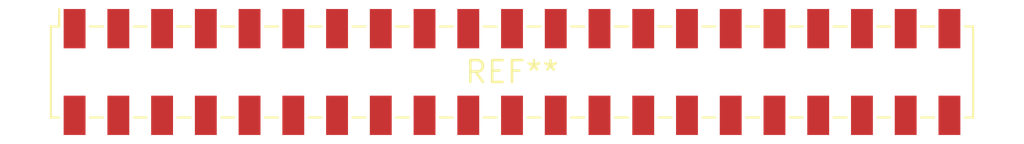
<source format=kicad_pcb>
(kicad_pcb (version 20240108) (generator pcbnew)
  (layers (0 "F.Cu" signal) (31 "B.Cu" signal) (34 "B.Paste" user) (35 "F.Paste" user) (36 "B.SilkS" user "B.Silkscreen") (37 "F.SilkS" user "F.Silkscreen") (38 "B.Mask" user) (39 "F.Mask" user) (44 "Edge.Cuts" user))
  (net 0 "")
  (footprint "Samtec_HLE-121-02-xxx-DV-LC_2x21_P2.54mm_Horizontal" (layer "F.Cu") (at 0 0)
    (property "Reference" "REF**")
    (property "Value" "Samtec_HLE-121-02-xxx-DV-LC_2x21_P2.54mm_Horizontal")
    (fp_line (start -26.78 -2.65) (end -26.78 2.65) (layer "F.SilkS") (stroke (width 0.12)))
    (fp_line (start -26.78 2.65) (end -26.295 2.65) (layer "F.SilkS") (stroke (width 0.12)))
    (fp_line (start -26.295 -3.67) (end -26.295 -2.65) (layer "F.SilkS") (stroke (width 0.12)))
    (fp_line (start -26.295 -2.65) (end -26.78 -2.65) (layer "F.SilkS") (stroke (width 0.12)))
    (fp_line (start -24.505 -2.65) (end -23.755 -2.65) (layer "F.SilkS") (stroke (width 0.12)))
    (fp_line (start -24.505 2.65) (end -23.755 2.65) (layer "F.SilkS") (stroke (width 0.12)))
    (fp_line (start -21.965 -2.65) (end -21.215 -2.65) (layer "F.SilkS") (stroke (width 0.12)))
    (fp_line (start -21.965 2.65) (end -21.215 2.65) (layer "F.SilkS") (stroke (width 0.12)))
    (fp_line (start -19.425 -2.65) (end -18.675 -2.65) (layer "F.SilkS") (stroke (width 0.12)))
    (fp_line (start -19.425 2.65) (end -18.675 2.65) (layer "F.SilkS") (stroke (width 0.12)))
    (fp_line (start -16.885 -2.65) (end -16.135 -2.65) (layer "F.SilkS") (stroke (width 0.12)))
    (fp_line (start -16.885 2.65) (end -16.135 2.65) (layer "F.SilkS") (stroke (width 0.12)))
    (fp_line (start -14.345 -2.65) (end -13.595 -2.65) (layer "F.SilkS") (stroke (width 0.12)))
    (fp_line (start -14.345 2.65) (end -13.595 2.65) (layer "F.SilkS") (stroke (width 0.12)))
    (fp_line (start -11.805 -2.65) (end -11.055 -2.65) (layer "F.SilkS") (stroke (width 0.12)))
    (fp_line (start -11.805 2.65) (end -11.055 2.65) (layer "F.SilkS") (stroke (width 0.12)))
    (fp_line (start -9.265 -2.65) (end -8.515 -2.65) (layer "F.SilkS") (stroke (width 0.12)))
    (fp_line (start -9.265 2.65) (end -8.515 2.65) (layer "F.SilkS") (stroke (width 0.12)))
    (fp_line (start -6.725 -2.65) (end -5.975 -2.65) (layer "F.SilkS") (stroke (width 0.12)))
    (fp_line (start -6.725 2.65) (end -5.975 2.65) (layer "F.SilkS") (stroke (width 0.12)))
    (fp_line (start -4.185 -2.65) (end -3.435 -2.65) (layer "F.SilkS") (stroke (width 0.12)))
    (fp_line (start -4.185 2.65) (end -3.435 2.65) (layer "F.SilkS") (stroke (width 0.12)))
    (fp_line (start -1.645 -2.65) (end -0.895 -2.65) (layer "F.SilkS") (stroke (width 0.12)))
    (fp_line (start -1.645 2.65) (end -0.895 2.65) (layer "F.SilkS") (stroke (width 0.12)))
    (fp_line (start 0.895 -2.65) (end 1.645 -2.65) (layer "F.SilkS") (stroke (width 0.12)))
    (fp_line (start 0.895 2.65) (end 1.645 2.65) (layer "F.SilkS") (stroke (width 0.12)))
    (fp_line (start 3.435 -2.65) (end 4.185 -2.65) (layer "F.SilkS") (stroke (width 0.12)))
    (fp_line (start 3.435 2.65) (end 4.185 2.65) (layer "F.SilkS") (stroke (width 0.12)))
    (fp_line (start 5.975 -2.65) (end 6.725 -2.65) (layer "F.SilkS") (stroke (width 0.12)))
    (fp_line (start 5.975 2.65) (end 6.725 2.65) (layer "F.SilkS") (stroke (width 0.12)))
    (fp_line (start 8.515 -2.65) (end 9.265 -2.65) (layer "F.SilkS") (stroke (width 0.12)))
    (fp_line (start 8.515 2.65) (end 9.265 2.65) (layer "F.SilkS") (stroke (width 0.12)))
    (fp_line (start 11.055 -2.65) (end 11.805 -2.65) (layer "F.SilkS") (stroke (width 0.12)))
    (fp_line (start 11.055 2.65) (end 11.805 2.65) (layer "F.SilkS") (stroke (width 0.12)))
    (fp_line (start 13.595 -2.65) (end 14.345 -2.65) (layer "F.SilkS") (stroke (width 0.12)))
    (fp_line (start 13.595 2.65) (end 14.345 2.65) (layer "F.SilkS") (stroke (width 0.12)))
    (fp_line (start 16.135 -2.65) (end 16.885 -2.65) (layer "F.SilkS") (stroke (width 0.12)))
    (fp_line (start 16.135 2.65) (end 16.885 2.65) (layer "F.SilkS") (stroke (width 0.12)))
    (fp_line (start 18.675 -2.65) (end 19.425 -2.65) (layer "F.SilkS") (stroke (width 0.12)))
    (fp_line (start 18.675 2.65) (end 19.425 2.65) (layer "F.SilkS") (stroke (width 0.12)))
    (fp_line (start 21.215 -2.65) (end 21.965 -2.65) (layer "F.SilkS") (stroke (width 0.12)))
    (fp_line (start 21.215 2.65) (end 21.965 2.65) (layer "F.SilkS") (stroke (width 0.12)))
    (fp_line (start 23.755 -2.65) (end 24.505 -2.65) (layer "F.SilkS") (stroke (width 0.12)))
    (fp_line (start 23.755 2.65) (end 24.505 2.65) (layer "F.SilkS") (stroke (width 0.12)))
    (fp_line (start 26.295 -2.65) (end 26.78 -2.65) (layer "F.SilkS") (stroke (width 0.12)))
    (fp_line (start 26.78 -2.65) (end 26.78 2.65) (layer "F.SilkS") (stroke (width 0.12)))
    (fp_line (start 26.78 2.65) (end 26.295 2.65) (layer "F.SilkS") (stroke (width 0.12)))
    (pad "" np_thru_hole circle (at -24.13 0) (size 1.19 1.19) (drill 1.19) (layers *.Cu *.Mask))
    (pad "" np_thru_hole circle (at 24.13 0) (size 1.19 1.19) (drill 1.19) (layers *.Cu *.Mask))
    (pad "1" smd rect (at -25.4 -2.525) (size 1.27 2.29) (layers "F.Cu" "F.Paste" "F.Mask"))
    (pad "2" smd rect (at -25.4 2.525) (size 1.27 2.29) (layers "F.Cu" "F.Paste" "F.Mask"))
    (pad "3" smd rect (at -22.86 -2.525) (size 1.27 2.29) (layers "F.Cu" "F.Paste" "F.Mask"))
    (pad "4" smd rect (at -22.86 2.525) (size 1.27 2.29) (layers "F.Cu" "F.Paste" "F.Mask"))
    (pad "5" smd rect (at -20.32 -2.525) (size 1.27 2.29) (layers "F.Cu" "F.Paste" "F.Mask"))
    (pad "6" smd rect (at -20.32 2.525) (size 1.27 2.29) (layers "F.Cu" "F.Paste" "F.Mask"))
    (pad "7" smd rect (at -17.78 -2.525) (size 1.27 2.29) (layers "F.Cu" "F.Paste" "F.Mask"))
    (pad "8" smd rect (at -17.78 2.525) (size 1.27 2.29) (layers "F.Cu" "F.Paste" "F.Mask"))
    (pad "9" smd rect (at -15.24 -2.525) (size 1.27 2.29) (layers "F.Cu" "F.Paste" "F.Mask"))
    (pad "10" smd rect (at -15.24 2.525) (size 1.27 2.29) (layers "F.Cu" "F.Paste" "F.Mask"))
    (pad "11" smd rect (at -12.7 -2.525) (size 1.27 2.29) (layers "F.Cu" "F.Paste" "F.Mask"))
    (pad "12" smd rect (at -12.7 2.525) (size 1.27 2.29) (layers "F.Cu" "F.Paste" "F.Mask"))
    (pad "13" smd rect (at -10.16 -2.525) (size 1.27 2.29) (layers "F.Cu" "F.Paste" "F.Mask"))
    (pad "14" smd rect (at -10.16 2.525) (size 1.27 2.29) (layers "F.Cu" "F.Paste" "F.Mask"))
    (pad "15" smd rect (at -7.62 -2.525) (size 1.27 2.29) (layers "F.Cu" "F.Paste" "F.Mask"))
    (pad "16" smd rect (at -7.62 2.525) (size 1.27 2.29) (layers "F.Cu" "F.Paste" "F.Mask"))
    (pad "17" smd rect (at -5.08 -2.525) (size 1.27 2.29) (layers "F.Cu" "F.Paste" "F.Mask"))
    (pad "18" smd rect (at -5.08 2.525) (size 1.27 2.29) (layers "F.Cu" "F.Paste" "F.Mask"))
    (pad "19" smd rect (at -2.54 -2.525) (size 1.27 2.29) (layers "F.Cu" "F.Paste" "F.Mask"))
    (pad "20" smd rect (at -2.54 2.525) (size 1.27 2.29) (layers "F.Cu" "F.Paste" "F.Mask"))
    (pad "21" smd rect (at 0 -2.525) (size 1.27 2.29) (layers "F.Cu" "F.Paste" "F.Mask"))
    (pad "22" smd rect (at 0 2.525) (size 1.27 2.29) (layers "F.Cu" "F.Paste" "F.Mask"))
    (pad "23" smd rect (at 2.54 -2.525) (size 1.27 2.29) (layers "F.Cu" "F.Paste" "F.Mask"))
    (pad "24" smd rect (at 2.54 2.525) (size 1.27 2.29) (layers "F.Cu" "F.Paste" "F.Mask"))
    (pad "25" smd rect (at 5.08 -2.525) (size 1.27 2.29) (layers "F.Cu" "F.Paste" "F.Mask"))
    (pad "26" smd rect (at 5.08 2.525) (size 1.27 2.29) (layers "F.Cu" "F.Paste" "F.Mask"))
    (pad "27" smd rect (at 7.62 -2.525) (size 1.27 2.29) (layers "F.Cu" "F.Paste" "F.Mask"))
    (pad "28" smd rect (at 7.62 2.525) (size 1.27 2.29) (layers "F.Cu" "F.Paste" "F.Mask"))
    (pad "29" smd rect (at 10.16 -2.525) (size 1.27 2.29) (layers "F.Cu" "F.Paste" "F.Mask"))
    (pad "30" smd rect (at 10.16 2.525) (size 1.27 2.29) (layers "F.Cu" "F.Paste" "F.Mask"))
    (pad "31" smd rect (at 12.7 -2.525) (size 1.27 2.29) (layers "F.Cu" "F.Paste" "F.Mask"))
    (pad "32" smd rect (at 12.7 2.525) (size 1.27 2.29) (layers "F.Cu" "F.Paste" "F.Mask"))
    (pad "33" smd rect (at 15.24 -2.525) (size 1.27 2.29) (layers "F.Cu" "F.Paste" "F.Mask"))
    (pad "34" smd rect (at 15.24 2.525) (size 1.27 2.29) (layers "F.Cu" "F.Paste" "F.Mask"))
    (pad "35" smd rect (at 17.78 -2.525) (size 1.27 2.29) (layers "F.Cu" "F.Paste" "F.Mask"))
    (pad "36" smd rect (at 17.78 2.525) (size 1.27 2.29) (layers "F.Cu" "F.Paste" "F.Mask"))
    (pad "37" smd rect (at 20.32 -2.525) (size 1.27 2.29) (layers "F.Cu" "F.Paste" "F.Mask"))
    (pad "38" smd rect (at 20.32 2.525) (size 1.27 2.29) (layers "F.Cu" "F.Paste" "F.Mask"))
    (pad "39" smd rect (at 22.86 -2.525) (size 1.27 2.29) (layers "F.Cu" "F.Paste" "F.Mask"))
    (pad "40" smd rect (at 22.86 2.525) (size 1.27 2.29) (layers "F.Cu" "F.Paste" "F.Mask"))
    (pad "41" smd rect (at 25.4 -2.525) (size 1.27 2.29) (layers "F.Cu" "F.Paste" "F.Mask"))
    (pad "42" smd rect (at 25.4 2.525) (size 1.27 2.29) (layers "F.Cu" "F.Paste" "F.Mask"))
  )
)
</source>
